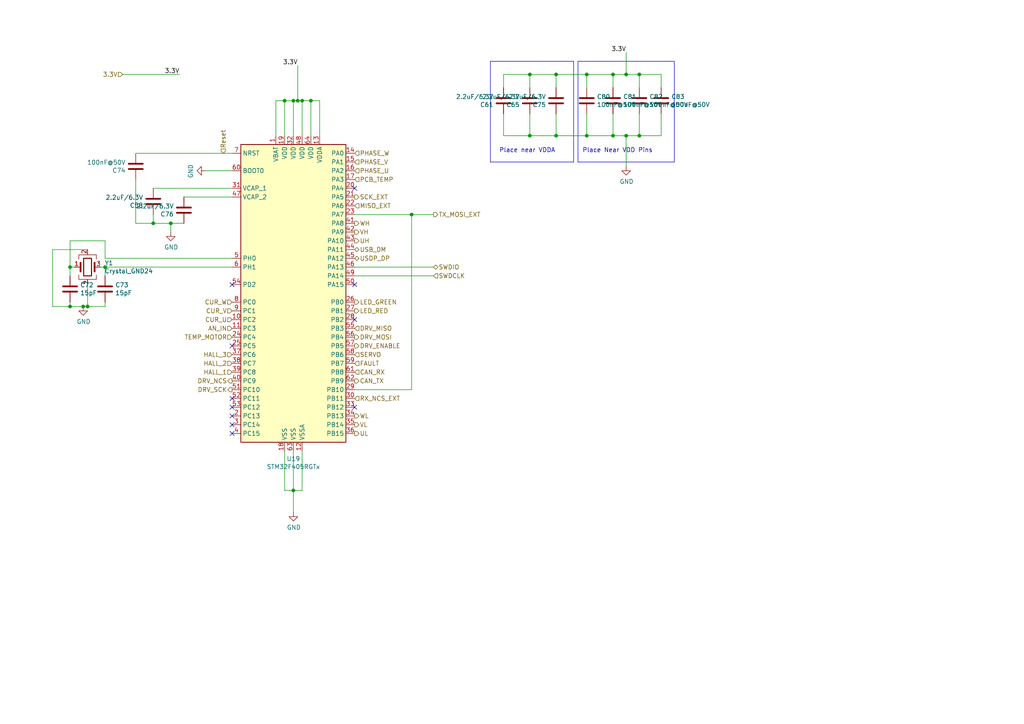
<source format=kicad_sch>
(kicad_sch (version 20231120) (generator "eeschema") (generator_version "8.0")
  (paper "A4")
  (title_block (title "xESC BLDC Controller") (date "2021-12-01") (rev "2.0") (company "Clemens Elflein") (comment 1 "Creative Commons Attribution-NonCommercial-ShareAlike 4.0 International License.") (comment 2 "Licensed under "))
  (lib_symbols
    (symbol "Device:C" (pin_numbers hide) (pin_names (offset 0.254))
      (property "Reference" "C" (at 0.635 2.54 0))
      (property "Value" "C" (at 0.635 -2.54 0))
      (symbol "C_0_1"
        (polyline (pts (xy -2.032 -0.762) (xy 2.032 -0.762)) (stroke (width 0.508)))
        (polyline (pts (xy -2.032 0.762) (xy 2.032 0.762)) (stroke (width 0.508)))
      )
      (symbol "C_1_1"
        (pin passive line (at 0 3.81 270) (length 2.794) (name "~") (number "1"))
        (pin passive line (at 0 -3.81 90) (length 2.794) (name "~") (number "2"))
      )
    )
    (symbol "Device:Crystal_GND24" (pin_names (offset 1.016) hide)
      (property "Reference" "Y" (at 3.175 5.08 0))
      (property "Value" "Crystal_GND24" (at 3.175 3.175 0))
      (symbol "Crystal_GND24_0_1"
        (rectangle (start -1.143 2.54) (end 1.143 -2.54) (stroke (width 0.3048)))
        (polyline (pts (xy -2.54 0) (xy -2.032 0)))
        (polyline (pts (xy -2.032 -1.27) (xy -2.032 1.27)) (stroke (width 0.508)))
        (polyline (pts (xy 0 -3.81) (xy 0 -3.556)))
        (polyline (pts (xy 0 3.556) (xy 0 3.81)))
        (polyline (pts (xy 2.032 -1.27) (xy 2.032 1.27)) (stroke (width 0.508)))
        (polyline (pts (xy 2.032 0) (xy 2.54 0)))
        (polyline (pts (xy -2.54 -2.286) (xy -2.54 -3.556) (xy 2.54 -3.556) (xy 2.54 -2.286)))
        (polyline (pts (xy -2.54 2.286) (xy -2.54 3.556) (xy 2.54 3.556) (xy 2.54 2.286)))
      )
      (symbol "Crystal_GND24_1_1"
        (pin passive line (at -3.81 0 0) (length 1.27) (name "1") (number "1"))
        (pin passive line (at 0 5.08 270) (length 1.27) (name "2") (number "2"))
        (pin passive line (at 3.81 0 180) (length 1.27) (name "3") (number "3"))
        (pin passive line (at 0 -5.08 90) (length 1.27) (name "4") (number "4"))
      )
    )
    (symbol "MCU_ST_STM32F4:STM32F405RGTx"
      (property "Reference" "U" (at -15.24 44.45 0))
      (property "Value" "STM32F405RGTx" (at 10.16 44.45 0))
      (symbol "STM32F405RGTx_0_1"
        (rectangle (start -15.24 -43.18) (end 15.24 43.18) (stroke (width 0.254)) (fill (type background)))
      )
      (symbol "STM32F405RGTx_1_1"
        (pin power_in line (at -5.08 45.72 270) (length 2.54) (name "VBAT") (number "1"))
        (pin bidirectional line (at -17.78 -7.62 0) (length 2.54) (name "PC2") (number "10"))
        (pin bidirectional line (at -17.78 -10.16 0) (length 2.54) (name "PC3") (number "11"))
        (pin power_in line (at 2.54 -45.72 90) (length 2.54) (name "VSSA") (number "12"))
        (pin power_in line (at 7.62 45.72 270) (length 2.54) (name "VDDA") (number "13"))
        (pin bidirectional line (at 17.78 40.64 180) (length 2.54) (name "PA0") (number "14"))
        (pin bidirectional line (at 17.78 38.1 180) (length 2.54) (name "PA1") (number "15"))
        (pin bidirectional line (at 17.78 35.56 180) (length 2.54) (name "PA2") (number "16"))
        (pin bidirectional line (at 17.78 33.02 180) (length 2.54) (name "PA3") (number "17"))
        (pin power_in line (at -2.54 -45.72 90) (length 2.54) (name "VSS") (number "18"))
        (pin power_in line (at -2.54 45.72 270) (length 2.54) (name "VDD") (number "19"))
        (pin bidirectional line (at -17.78 -35.56 0) (length 2.54) (name "PC13") (number "2"))
        (pin bidirectional line (at 17.78 30.48 180) (length 2.54) (name "PA4") (number "20"))
        (pin bidirectional line (at 17.78 27.94 180) (length 2.54) (name "PA5") (number "21"))
        (pin bidirectional line (at 17.78 25.4 180) (length 2.54) (name "PA6") (number "22"))
        (pin bidirectional line (at 17.78 22.86 180) (length 2.54) (name "PA7") (number "23"))
        (pin bidirectional line (at -17.78 -12.7 0) (length 2.54) (name "PC4") (number "24"))
        (pin bidirectional line (at -17.78 -15.24 0) (length 2.54) (name "PC5") (number "25"))
        (pin bidirectional line (at 17.78 -2.54 180) (length 2.54) (name "PB0") (number "26"))
        (pin bidirectional line (at 17.78 -5.08 180) (length 2.54) (name "PB1") (number "27"))
        (pin bidirectional line (at 17.78 -7.62 180) (length 2.54) (name "PB2") (number "28"))
        (pin bidirectional line (at 17.78 -27.94 180) (length 2.54) (name "PB10") (number "29"))
        (pin bidirectional line (at -17.78 -38.1 0) (length 2.54) (name "PC14") (number "3"))
        (pin bidirectional line (at 17.78 -30.48 180) (length 2.54) (name "PB11") (number "30"))
        (pin power_in line (at -17.78 30.48 0) (length 2.54) (name "VCAP_1") (number "31"))
        (pin power_in line (at 0 45.72 270) (length 2.54) (name "VDD") (number "32"))
        (pin bidirectional line (at 17.78 -33.02 180) (length 2.54) (name "PB12") (number "33"))
        (pin bidirectional line (at 17.78 -35.56 180) (length 2.54) (name "PB13") (number "34"))
        (pin bidirectional line (at 17.78 -38.1 180) (length 2.54) (name "PB14") (number "35"))
        (pin bidirectional line (at 17.78 -40.64 180) (length 2.54) (name "PB15") (number "36"))
        (pin bidirectional line (at -17.78 -17.78 0) (length 2.54) (name "PC6") (number "37"))
        (pin bidirectional line (at -17.78 -20.32 0) (length 2.54) (name "PC7") (number "38"))
        (pin bidirectional line (at -17.78 -22.86 0) (length 2.54) (name "PC8") (number "39"))
        (pin bidirectional line (at -17.78 -40.64 0) (length 2.54) (name "PC15") (number "4"))
        (pin bidirectional line (at -17.78 -25.4 0) (length 2.54) (name "PC9") (number "40"))
        (pin bidirectional line (at 17.78 20.32 180) (length 2.54) (name "PA8") (number "41"))
        (pin bidirectional line (at 17.78 17.78 180) (length 2.54) (name "PA9") (number "42"))
        (pin bidirectional line (at 17.78 15.24 180) (length 2.54) (name "PA10") (number "43"))
        (pin bidirectional line (at 17.78 12.7 180) (length 2.54) (name "PA11") (number "44"))
        (pin bidirectional line (at 17.78 10.16 180) (length 2.54) (name "PA12") (number "45"))
        (pin bidirectional line (at 17.78 7.62 180) (length 2.54) (name "PA13") (number "46"))
        (pin power_in line (at -17.78 27.94 0) (length 2.54) (name "VCAP_2") (number "47"))
        (pin power_in line (at 2.54 45.72 270) (length 2.54) (name "VDD") (number "48"))
        (pin bidirectional line (at 17.78 5.08 180) (length 2.54) (name "PA14") (number "49"))
        (pin input line (at -17.78 10.16 0) (length 2.54) (name "PH0") (number "5"))
        (pin bidirectional line (at 17.78 2.54 180) (length 2.54) (name "PA15") (number "50"))
        (pin bidirectional line (at -17.78 -27.94 0) (length 2.54) (name "PC10") (number "51"))
        (pin bidirectional line (at -17.78 -30.48 0) (length 2.54) (name "PC11") (number "52"))
        (pin bidirectional line (at -17.78 -33.02 0) (length 2.54) (name "PC12") (number "53"))
        (pin bidirectional line (at -17.78 2.54 0) (length 2.54) (name "PD2") (number "54"))
        (pin bidirectional line (at 17.78 -10.16 180) (length 2.54) (name "PB3") (number "55"))
        (pin bidirectional line (at 17.78 -12.7 180) (length 2.54) (name "PB4") (number "56"))
        (pin bidirectional line (at 17.78 -15.24 180) (length 2.54) (name "PB5") (number "57"))
        (pin bidirectional line (at 17.78 -17.78 180) (length 2.54) (name "PB6") (number "58"))
        (pin bidirectional line (at 17.78 -20.32 180) (length 2.54) (name "PB7") (number "59"))
        (pin input line (at -17.78 7.62 0) (length 2.54) (name "PH1") (number "6"))
        (pin input line (at -17.78 35.56 0) (length 2.54) (name "BOOT0") (number "60"))
        (pin bidirectional line (at 17.78 -22.86 180) (length 2.54) (name "PB8") (number "61"))
        (pin bidirectional line (at 17.78 -25.4 180) (length 2.54) (name "PB9") (number "62"))
        (pin power_in line (at 0 -45.72 90) (length 2.54) (name "VSS") (number "63"))
        (pin power_in line (at 5.08 45.72 270) (length 2.54) (name "VDD") (number "64"))
        (pin input line (at -17.78 40.64 0) (length 2.54) (name "NRST") (number "7"))
        (pin bidirectional line (at -17.78 -2.54 0) (length 2.54) (name "PC0") (number "8"))
        (pin bidirectional line (at -17.78 -5.08 0) (length 2.54) (name "PC1") (number "9"))
      )
    )
    (symbol "power:GND" (power) (pin_names (offset 0))
      (property "Value" "GND" (at 0 -3.81 0))
      (symbol "GND_0_1"
        (polyline (pts (xy 0 0) (xy 0 -1.27) (xy 1.27 -1.27) (xy 0 -2.54) (xy -1.27 -1.27) (xy 0 -1.27)))
      )
      (symbol "GND_1_1"
        (pin power_in line (at 0 0 270) (length 0) hide (name "GND") (number "1"))
      )
    )
  )
  (junction (at 153.67 21.59))
  (junction (at 119.38 62.23))
  (junction (at 181.61 39.37))
  (junction (at 44.45 64.77))
  (junction (at 24.13 88.9))
  (junction (at 185.42 39.37))
  (junction (at 20.32 88.9))
  (junction (at 86.36 29.21))
  (junction (at 161.29 21.59))
  (junction (at 185.42 21.59))
  (junction (at 177.8 21.59))
  (junction (at 82.55 29.21))
  (junction (at 25.4 88.9))
  (junction (at 181.61 21.59))
  (junction (at 87.63 29.21))
  (junction (at 170.18 39.37))
  (junction (at 161.29 39.37))
  (junction (at 30.48 77.47))
  (junction (at 90.17 29.21))
  (junction (at 20.32 77.47))
  (junction (at 153.67 39.37))
  (junction (at 85.09 142.24))
  (junction (at 85.09 29.21))
  (junction (at 170.18 21.59))
  (junction (at 177.8 39.37))
  (junction (at 49.53 64.77))
  (no_connect (at 67.31 125.73))
  (no_connect (at 102.87 118.11))
  (no_connect (at 67.31 118.11))
  (no_connect (at 67.31 115.57))
  (no_connect (at 67.31 100.33))
  (no_connect (at 102.87 82.55))
  (no_connect (at 67.31 82.55))
  (no_connect (at 67.31 123.19))
  (no_connect (at 67.31 120.65))
  (no_connect (at 102.87 92.71))
  (no_connect (at 102.87 54.61))
  (wire (pts (xy 30.48 77.47) (xy 67.31 77.47)))
  (wire (pts (xy 170.18 39.37) (xy 177.8 39.37)))
  (wire (pts (xy 181.61 39.37) (xy 185.42 39.37)))
  (polyline (pts (xy 167.64 46.99) (xy 195.58 46.99)))
  (wire (pts (xy 153.67 21.59) (xy 161.29 21.59)))
  (wire (pts (xy 15.24 72.39) (xy 15.24 88.9)))
  (wire (pts (xy 85.09 142.24) (xy 87.63 142.24)))
  (wire (pts (xy 170.18 25.4) (xy 170.18 21.59)))
  (wire (pts (xy 30.48 69.85) (xy 20.32 69.85)))
  (wire (pts (xy 39.37 52.07) (xy 39.37 64.77)))
  (wire (pts (xy 30.48 77.47) (xy 30.48 80.01)))
  (wire (pts (xy 153.67 25.4) (xy 153.67 21.59)))
  (wire (pts (xy 185.42 25.4) (xy 185.42 21.59)))
  (wire (pts (xy 153.67 39.37) (xy 161.29 39.37)))
  (wire (pts (xy 25.4 72.39) (xy 15.24 72.39)))
  (wire (pts (xy 30.48 74.93) (xy 30.48 69.85)))
  (wire (pts (xy 44.45 64.77) (xy 49.53 64.77)))
  (wire (pts (xy 90.17 29.21) (xy 92.71 29.21)))
  (wire (pts (xy 59.69 49.53) (xy 67.31 49.53)))
  (wire (pts (xy 87.63 29.21) (xy 87.63 39.37)))
  (wire (pts (xy 80.01 39.37) (xy 80.01 29.21)))
  (wire (pts (xy 80.01 29.21) (xy 82.55 29.21)))
  (wire (pts (xy 25.4 82.55) (xy 25.4 88.9)))
  (polyline (pts (xy 195.58 17.78) (xy 167.64 17.78)))
  (wire (pts (xy 170.18 33.02) (xy 170.18 39.37)))
  (wire (pts (xy 39.37 64.77) (xy 44.45 64.77)))
  (wire (pts (xy 49.53 64.77) (xy 49.53 67.31)))
  (wire (pts (xy 90.17 39.37) (xy 90.17 29.21)))
  (wire (pts (xy 181.61 15.24) (xy 181.61 21.59)))
  (wire (pts (xy 30.48 88.9) (xy 25.4 88.9)))
  (wire (pts (xy 85.09 29.21) (xy 86.36 29.21)))
  (wire (pts (xy 67.31 74.93) (xy 30.48 74.93)))
  (wire (pts (xy 161.29 21.59) (xy 170.18 21.59)))
  (wire (pts (xy 20.32 69.85) (xy 20.32 77.47)))
  (polyline (pts (xy 142.24 17.78) (xy 142.24 46.99)))
  (wire (pts (xy 86.36 19.05) (xy 86.36 29.21)))
  (wire (pts (xy 102.87 113.03) (xy 119.38 113.03)))
  (polyline (pts (xy 167.64 17.78) (xy 167.64 46.99)))
  (wire (pts (xy 153.67 33.02) (xy 153.67 39.37)))
  (wire (pts (xy 35.56 21.59) (xy 52.07 21.59)))
  (wire (pts (xy 185.42 39.37) (xy 191.77 39.37)))
  (wire (pts (xy 191.77 21.59) (xy 191.77 25.4)))
  (wire (pts (xy 85.09 142.24) (xy 85.09 148.59)))
  (wire (pts (xy 119.38 113.03) (xy 119.38 62.23)))
  (wire (pts (xy 161.29 33.02) (xy 161.29 39.37)))
  (polyline (pts (xy 166.37 17.78) (xy 142.24 17.78)))
  (wire (pts (xy 25.4 88.9) (xy 24.13 88.9)))
  (wire (pts (xy 29.21 77.47) (xy 30.48 77.47)))
  (wire (pts (xy 102.87 80.01) (xy 125.73 80.01)))
  (wire (pts (xy 119.38 62.23) (xy 102.87 62.23)))
  (wire (pts (xy 82.55 39.37) (xy 82.55 29.21)))
  (wire (pts (xy 146.05 25.4) (xy 146.05 21.59)))
  (wire (pts (xy 185.42 33.02) (xy 185.42 39.37)))
  (wire (pts (xy 85.09 39.37) (xy 85.09 29.21)))
  (wire (pts (xy 15.24 88.9) (xy 20.32 88.9)))
  (wire (pts (xy 181.61 21.59) (xy 185.42 21.59)))
  (wire (pts (xy 44.45 62.23) (xy 44.45 64.77)))
  (wire (pts (xy 49.53 64.77) (xy 53.34 64.77)))
  (wire (pts (xy 20.32 77.47) (xy 20.32 80.01)))
  (wire (pts (xy 161.29 25.4) (xy 161.29 21.59)))
  (wire (pts (xy 146.05 21.59) (xy 153.67 21.59)))
  (wire (pts (xy 177.8 39.37) (xy 177.8 33.02)))
  (wire (pts (xy 146.05 33.02) (xy 146.05 39.37)))
  (wire (pts (xy 82.55 130.81) (xy 82.55 142.24)))
  (wire (pts (xy 191.77 39.37) (xy 191.77 33.02)))
  (wire (pts (xy 85.09 130.81) (xy 85.09 142.24)))
  (wire (pts (xy 67.31 57.15) (xy 53.34 57.15)))
  (wire (pts (xy 87.63 29.21) (xy 90.17 29.21)))
  (wire (pts (xy 82.55 142.24) (xy 85.09 142.24)))
  (wire (pts (xy 30.48 87.63) (xy 30.48 88.9)))
  (wire (pts (xy 125.73 77.47) (xy 102.87 77.47)))
  (wire (pts (xy 177.8 25.4) (xy 177.8 21.59)))
  (wire (pts (xy 146.05 39.37) (xy 153.67 39.37)))
  (wire (pts (xy 21.59 77.47) (xy 20.32 77.47)))
  (wire (pts (xy 92.71 29.21) (xy 92.71 39.37)))
  (wire (pts (xy 185.42 21.59) (xy 191.77 21.59)))
  (wire (pts (xy 87.63 142.24) (xy 87.63 130.81)))
  (wire (pts (xy 170.18 21.59) (xy 177.8 21.59)))
  (wire (pts (xy 125.73 62.23) (xy 119.38 62.23)))
  (wire (pts (xy 161.29 39.37) (xy 170.18 39.37)))
  (polyline (pts (xy 166.37 46.99) (xy 166.37 17.78)))
  (wire (pts (xy 82.55 29.21) (xy 85.09 29.21)))
  (wire (pts (xy 67.31 44.45) (xy 39.37 44.45)))
  (polyline (pts (xy 142.24 46.99) (xy 166.37 46.99)))
  (wire (pts (xy 67.31 54.61) (xy 44.45 54.61)))
  (wire (pts (xy 181.61 39.37) (xy 181.61 48.26)))
  (wire (pts (xy 20.32 88.9) (xy 20.32 87.63)))
  (wire (pts (xy 177.8 21.59) (xy 181.61 21.59)))
  (wire (pts (xy 86.36 29.21) (xy 87.63 29.21)))
  (polyline (pts (xy 195.58 46.99) (xy 195.58 17.78)))
  (wire (pts (xy 24.13 88.9) (xy 20.32 88.9)))
  (wire (pts (xy 177.8 39.37) (xy 181.61 39.37)))
  (text "Place Near VDD Pins" (at 168.91 44.45 0) (effects (font (size 1.27 1.27)) (justify left bottom)))
  (text "Place near VDDA" (at 144.78 44.45 0) (effects (font (size 1.27 1.27)) (justify left bottom)))
  (label "3.3V" (at 181.61 15.24 180))
  (label "3.3V" (at 52.07 21.59 180))
  (label "3.3V" (at 86.36 19.05 180))
  (hierarchical_label "CAN_TX" (shape output) (at 102.87 110.49 0))
  (hierarchical_label "PHASE_W" (shape input) (at 102.87 44.45 0))
  (hierarchical_label "USDP_DP" (shape bidirectional) (at 102.87 74.93 0))
  (hierarchical_label "PHASE_V" (shape input) (at 102.87 46.99 0))
  (hierarchical_label "DRV_MISO" (shape input) (at 102.87 95.25 0))
  (hierarchical_label "DRV_ENABLE" (shape output) (at 102.87 100.33 0))
  (hierarchical_label "SERVO" (shape input) (at 102.87 102.87 0))
  (hierarchical_label "CAN_RX" (shape input) (at 102.87 107.95 0))
  (hierarchical_label "TEMP_MOTOR" (shape input) (at 67.31 97.79 180))
  (hierarchical_label "UL" (shape output) (at 102.87 125.73 0))
  (hierarchical_label "RX_NCS_EXT" (shape input) (at 102.87 115.57 0))
  (hierarchical_label "CUR_V" (shape input) (at 67.31 90.17 180))
  (hierarchical_label "VH" (shape output) (at 102.87 67.31 0))
  (hierarchical_label "SWDCLK" (shape input) (at 125.73 80.01 0))
  (hierarchical_label "WH" (shape output) (at 102.87 64.77 0))
  (hierarchical_label "AN_IN" (shape input) (at 67.31 95.25 180))
  (hierarchical_label "CUR_U" (shape input) (at 67.31 92.71 180))
  (hierarchical_label "PCB_TEMP" (shape input) (at 102.87 52.07 0))
  (hierarchical_label "DRV_NCS" (shape output) (at 67.31 110.49 180))
  (hierarchical_label "FAULT" (shape input) (at 102.87 105.41 0))
  (hierarchical_label "DRV_SCK" (shape output) (at 67.31 113.03 180))
  (hierarchical_label "HALL_1" (shape input) (at 67.31 107.95 180))
  (hierarchical_label "SCK_EXT" (shape output) (at 102.87 57.15 0))
  (hierarchical_label "USB_DM" (shape bidirectional) (at 102.87 72.39 0))
  (hierarchical_label "TX_MOSI_EXT" (shape output) (at 125.73 62.23 0))
  (hierarchical_label "DRV_MOSI" (shape output) (at 102.87 97.79 0))
  (hierarchical_label "3.3V" (shape input) (at 35.56 21.59 180))
  (hierarchical_label "Reset" (shape input) (at 64.77 44.45 90))
  (hierarchical_label "SWDIO" (shape bidirectional) (at 125.73 77.47 0))
  (hierarchical_label "CUR_W" (shape input) (at 67.31 87.63 180))
  (hierarchical_label "MISO_EXT" (shape input) (at 102.87 59.69 0))
  (hierarchical_label "UH" (shape output) (at 102.87 69.85 0))
  (hierarchical_label "WL" (shape output) (at 102.87 120.65 0))
  (hierarchical_label "LED_RED" (shape output) (at 102.87 90.17 0))
  (hierarchical_label "HALL_2" (shape input) (at 67.31 105.41 180))
  (hierarchical_label "VL" (shape output) (at 102.87 123.19 0))
  (hierarchical_label "LED_GREEN" (shape output) (at 102.87 87.63 0))
  (hierarchical_label "HALL_3" (shape input) (at 67.31 102.87 180))
  (hierarchical_label "PHASE_U" (shape input) (at 102.87 49.53 0))
  (symbol (lib_id "Device:C") (at 53.34 60.96 180) (unit 1)
    (property "Reference" "C76" (at 50.419 62.1284 0) (effects (justify left)))
    (property "Value" "2.2uF/6.3V" (at 50.419 59.817 0) (effects (justify left)))
    (property "Footprint" "Capacitor_SMD:C_0402_1005Metric" (effects (hide yes)))
    (property "Digikey" "490-14467-1-ND" (effects (hide yes)))
    (property "Part Number" "GRM21BR71E225KE11L" (effects (hide yes)))
    (property "Stock_PN" "C-805-2.2uF-25V-" (effects (hide yes)))
    (property "JLC" "C12530" (effects (hide yes)))
    (property "LCSC" "C12530" (effects (hide yes)))
    (instances (project "hw-openmower-worx" (path "" (reference "C76") (unit 1)) (path "" (reference "C119") (unit 1)) (path "" (reference "C162") (unit 1))) (project "xESC2" (path "" (reference "C36") (unit 1))))
  )
  (symbol (lib_id "Device:C") (at 170.18 29.21 0) (unit 1)
    (property "Reference" "C80" (at 173.101 28.0416 0) (effects (justify left)))
    (property "Value" "100nF@50V" (at 173.101 30.353 0) (effects (justify left)))
    (property "Footprint" "Capacitor_SMD:C_0402_1005Metric" (effects (hide yes)))
    (property "Digikey" "1276-1935-1-ND" (effects (hide yes)))
    (property "Part Number" "CL10B104KC8NNNC" (effects (hide yes)))
    (property "Stock_PN" "C-603-.1uF-100V-X7R" (effects (hide yes)))
    (property "JLC" "C307331" (effects (hide yes)))
    (property "LCSC" "C307331" (effects (hide yes)))
    (instances (project "hw-openmower-worx" (path "" (reference "C80") (unit 1)) (path "" (reference "C123") (unit 1)) (path "" (reference "C166") (unit 1))) (project "xESC2" (path "" (reference "C40") (unit 1))))
  )
  (symbol (lib_id "Device:C") (at 177.8 29.21 0) (unit 1)
    (property "Reference" "C81" (at 180.721 28.0416 0) (effects (justify left)))
    (property "Value" "100nF@50V" (at 180.721 30.353 0) (effects (justify left)))
    (property "Footprint" "Capacitor_SMD:C_0402_1005Metric" (effects (hide yes)))
    (property "Digikey" "1276-1935-1-ND" (effects (hide yes)))
    (property "Part Number" "CL10B104KC8NNNC" (effects (hide yes)))
    (property "Stock_PN" "C-603-.1uF-100V-X7R" (effects (hide yes)))
    (property "JLC" "C307331" (effects (hide yes)))
    (property "LCSC" "C307331" (effects (hide yes)))
    (instances (project "hw-openmower-worx" (path "" (reference "C81") (unit 1)) (path "" (reference "C124") (unit 1)) (path "" (reference "C167") (unit 1))) (project "xESC2" (path "" (reference "C41") (unit 1))))
  )
  (symbol (lib_id "Device:C") (at 185.42 29.21 0) (unit 1)
    (property "Reference" "C82" (at 188.341 28.0416 0) (effects (justify left)))
    (property "Value" "100nF@50V" (at 188.341 30.353 0) (effects (justify left)))
    (property "Footprint" "Capacitor_SMD:C_0402_1005Metric" (effects (hide yes)))
    (property "Digikey" "1276-1935-1-ND" (effects (hide yes)))
    (property "Part Number" "CL10B104KC8NNNC" (effects (hide yes)))
    (property "Stock_PN" "C-603-.1uF-100V-X7R" (effects (hide yes)))
    (property "JLC" "C307331" (effects (hide yes)))
    (property "LCSC" "C307331" (effects (hide yes)))
    (instances (project "hw-openmower-worx" (path "" (reference "C82") (unit 1)) (path "" (reference "C125") (unit 1)) (path "" (reference "C168") (unit 1))) (project "xESC2" (path "" (reference "C42") (unit 1))))
  )
  (symbol (lib_id "Device:C") (at 191.77 29.21 0) (unit 1)
    (property "Reference" "C83" (at 194.691 28.0416 0) (effects (justify left)))
    (property "Value" "100nF@50V" (at 194.691 30.353 0) (effects (justify left)))
    (property "Footprint" "Capacitor_SMD:C_0402_1005Metric" (effects (hide yes)))
    (property "Digikey" "1276-1935-1-ND" (effects (hide yes)))
    (property "Part Number" "CL10B104KC8NNNC" (effects (hide yes)))
    (property "Stock_PN" "C-603-.1uF-100V-X7R" (effects (hide yes)))
    (property "JLC" "C307331" (effects (hide yes)))
    (property "LCSC" "C307331" (effects (hide yes)))
    (instances (project "hw-openmower-worx" (path "" (reference "C83") (unit 1)) (path "" (reference "C126") (unit 1)) (path "" (reference "C169") (unit 1))) (project "xESC2" (path "" (reference "C43") (unit 1))))
  )
  (symbol (lib_id "power:GND") (at 181.61 48.26 0) (unit 1)
    (property "Reference" "#PWR0101" (effects (hide yes)))
    (property "Value" "GND" (at 181.737 52.6542 0))
    (instances (project "hw-openmower-worx" (path "" (reference "#PWR0101") (unit 1)) (path "" (reference "#PWR0116") (unit 1)) (path "" (reference "#PWR0131") (unit 1))) (project "xESC2" (path "" (reference "#PWR0129") (unit 1))))
  )
  (symbol (lib_id "power:GND") (at 49.53 67.31 0) (unit 1)
    (property "Reference" "#PWR096" (effects (hide yes)))
    (property "Value" "GND" (at 49.657 71.7042 0))
    (instances (project "hw-openmower-worx" (path "" (reference "#PWR096") (unit 1)) (path "" (reference "#PWR0111") (unit 1)) (path "" (reference "#PWR0126") (unit 1))) (project "xESC2" (path "" (reference "#PWR0130") (unit 1))))
  )
  (symbol (lib_id "Device:C") (at 39.37 48.26 180) (unit 1)
    (property "Reference" "C74" (at 36.449 49.4284 0) (effects (justify left)))
    (property "Value" "100nF@50V" (at 36.449 47.117 0) (effects (justify left)))
    (property "Footprint" "Capacitor_SMD:C_0402_1005Metric" (effects (hide yes)))
    (property "Digikey" "1276-1935-1-ND" (effects (hide yes)))
    (property "Part Number" "CL10B104KC8NNNC" (effects (hide yes)))
    (property "Stock_PN" "C-603-.1uF-100V-X7R" (effects (hide yes)))
    (property "JLC" "C307331" (effects (hide yes)))
    (property "LCSC" "C307331" (effects (hide yes)))
    (instances (project "hw-openmower-worx" (path "" (reference "C74") (unit 1)) (path "" (reference "C117") (unit 1)) (path "" (reference "C160") (unit 1))) (project "xESC2" (path "" (reference "C34") (unit 1))))
  )
  (symbol (lib_id "Device:C") (at 20.32 83.82 0) (unit 1)
    (property "Reference" "C72" (at 23.241 82.6516 0) (effects (justify left)))
    (property "Value" "15pF" (at 23.241 84.963 0) (effects (justify left)))
    (property "Footprint" "Capacitor_SMD:C_0402_1005Metric" (effects (hide yes)))
    (property "Digikey" "490-1331-1-ND" (effects (hide yes)))
    (property "Part Number" "GRM1885C2A150JA01D" (effects (hide yes)))
    (property "Stock_PN" "C-603-15pF-100V-COG" (effects (hide yes)))
    (property "JLC" "C1548" (effects (hide yes)))
    (property "LCSC" "C1548" (effects (hide yes)))
    (instances (project "hw-openmower-worx" (path "" (reference "C72") (unit 1)) (path "" (reference "C115") (unit 1)) (path "" (reference "C158") (unit 1))) (project "xESC2" (path "" (reference "C32") (unit 1))))
  )
  (symbol (lib_id "Device:C") (at 30.48 83.82 0) (unit 1)
    (property "Reference" "C73" (at 33.401 82.6516 0) (effects (justify left)))
    (property "Value" "15pF" (at 33.401 84.963 0) (effects (justify left)))
    (property "Footprint" "Capacitor_SMD:C_0402_1005Metric" (effects (hide yes)))
    (property "Digikey" "490-1331-1-ND" (effects (hide yes)))
    (property "Part Number" "GRM1885C2A150JA01D" (effects (hide yes)))
    (property "Stock_PN" "C-603-15pF-100V-COG" (effects (hide yes)))
    (property "JLC" "C1548" (effects (hide yes)))
    (property "LCSC" "C1548" (effects (hide yes)))
    (instances (project "hw-openmower-worx" (path "" (reference "C73") (unit 1)) (path "" (reference "C116") (unit 1)) (path "" (reference "C159") (unit 1))) (project "xESC2" (path "" (reference "C33") (unit 1))))
  )
  (symbol (lib_id "power:GND") (at 24.13 88.9 0) (unit 1)
    (property "Reference" "#PWR095" (effects (hide yes)))
    (property "Value" "GND" (at 24.257 93.2942 0))
    (instances (project "hw-openmower-worx" (path "" (reference "#PWR095") (unit 1)) (path "" (reference "#PWR0110") (unit 1)) (path "" (reference "#PWR0125") (unit 1))) (project "xESC2" (path "" (reference "#PWR0131") (unit 1))))
  )
  (symbol (lib_id "power:GND") (at 85.09 148.59 0) (unit 1)
    (property "Reference" "#PWR098" (effects (hide yes)))
    (property "Value" "GND" (at 85.217 152.9842 0))
    (instances (project "hw-openmower-worx" (path "" (reference "#PWR098") (unit 1)) (path "" (reference "#PWR0113") (unit 1)) (path "" (reference "#PWR0128") (unit 1))) (project "xESC2" (path "" (reference "#PWR0123") (unit 1))))
  )
  (symbol (lib_id "power:GND") (at 59.69 49.53 270) (unit 1)
    (property "Reference" "#PWR097" (effects (hide yes)))
    (property "Value" "GND" (at 55.2958 49.657 0))
    (instances (project "hw-openmower-worx" (path "" (reference "#PWR097") (unit 1)) (path "" (reference "#PWR0112") (unit 1)) (path "" (reference "#PWR0127") (unit 1))) (project "xESC2" (path "" (reference "#PWR0132") (unit 1))))
  )
  (symbol (lib_id "MCU_ST_STM32F4:STM32F405RGTx") (at 85.09 85.09 0) (unit 1)
    (property "Reference" "U19" (at 85.09 133.0706 0))
    (property "Value" "STM32F405RGTx" (at 85.09 135.382 0))
    (property "Footprint" "Package_QFP:LQFP-64_10x10mm_P0.5mm" (effects (hide yes)))
    (property "Datasheet" "http://www.st.com/st-web-ui/static/active/en/resource/technical/document/datasheet/DM00037051.pdf" (effects (hide yes)))
    (property "Part Number" "STM32F405RGTx" (effects (hide yes)))
    (property "LCSC" "C15742" (effects (hide yes)))
    (property "Stock_PN" "U-STM32F405RGTx" (effects (hide yes)))
    (property "JLC" "C15742" (effects (hide yes)))
    (instances (project "hw-openmower-worx" (path "" (reference "U19") (unit 1)) (path "" (reference "U21") (unit 1)) (path "" (reference "U23") (unit 1))) (project "xESC2" (path "" (reference "U4") (unit 1))))
  )
  (symbol (lib_id "Device:Crystal_GND24") (at 25.4 77.47 0) (unit 1)
    (property "Reference" "Y1" (at 30.3276 76.3016 0) (effects (justify left)))
    (property "Value" "Crystal_GND24" (at 30.3276 78.613 0) (effects (justify left)))
    (property "Footprint" "Crystal:Crystal_SMD_3225-4Pin_3.2x2.5mm" (effects (hide yes)))
    (property "Digikey" "50-ECS-80-12-33-JGN-CT-ND" (effects (hide yes)))
    (property "Part Number" "ECS-80-12-33-JGN-TR" (effects (hide yes)))
    (property "Stock_PN" "Y-4-SMD-8MhHz" (effects (hide yes)))
    (property "JLC" "C2442665" (effects (hide yes)))
    (property "LCSC" "C2442665" (effects (hide yes)))
    (instances (project "hw-openmower-worx" (path "" (reference "Y1") (unit 1)) (path "" (reference "Y2") (unit 1)) (path "" (reference "Y3") (unit 1))) (project "xESC2" (path "" (reference "Y1") (unit 1))))
  )
  (symbol (lib_id "Device:C") (at 153.67 29.21 180) (unit 1)
    (property "Reference" "C65" (at 150.749 30.3784 0) (effects (justify left)))
    (property "Value" "2.2uF/6.3V" (at 150.749 28.067 0) (effects (justify left)))
    (property "Footprint" "Capacitor_SMD:C_0402_1005Metric" (effects (hide yes)))
    (property "Digikey" "490-14467-1-ND" (effects (hide yes)))
    (property "Part Number" "GRM21BR71E225KE11L" (effects (hide yes)))
    (property "Stock_PN" "C-805-2.2uF-25V-" (effects (hide yes)))
    (property "JLC" "C12530" (effects (hide yes)))
    (property "LCSC" "C12530" (effects (hide yes)))
    (instances (project "hw-openmower-worx" (path "" (reference "C65") (unit 1)) (path "" (reference "C67") (unit 1)) (path "" (reference "C69") (unit 1))))
  )
  (symbol (lib_id "Device:C") (at 161.29 29.21 180) (unit 1)
    (property "Reference" "C75" (at 158.369 30.3784 0) (effects (justify left)))
    (property "Value" "2.2uF/6.3V" (at 158.369 28.067 0) (effects (justify left)))
    (property "Footprint" "Capacitor_SMD:C_0402_1005Metric" (effects (hide yes)))
    (property "Digikey" "490-14467-1-ND" (effects (hide yes)))
    (property "Part Number" "GRM21BR71E225KE11L" (effects (hide yes)))
    (property "Stock_PN" "C-805-2.2uF-25V-" (effects (hide yes)))
    (property "JLC" "C12530" (effects (hide yes)))
    (property "LCSC" "C12530" (effects (hide yes)))
    (instances (project "hw-openmower-worx" (path "" (reference "C75") (unit 1)) (path "" (reference "C77") (unit 1)) (path "" (reference "C78") (unit 1))))
  )
  (symbol (lib_id "Device:C") (at 44.45 58.42 180) (unit 1)
    (property "Reference" "C58" (at 41.529 59.5884 0) (effects (justify left)))
    (property "Value" "2.2uF/6.3V" (at 41.529 57.277 0) (effects (justify left)))
    (property "Footprint" "Capacitor_SMD:C_0402_1005Metric" (effects (hide yes)))
    (property "Digikey" "490-14467-1-ND" (effects (hide yes)))
    (property "Part Number" "GRM21BR71E225KE11L" (effects (hide yes)))
    (property "Stock_PN" "C-805-2.2uF-25V-" (effects (hide yes)))
    (property "JLC" "C12530" (effects (hide yes)))
    (property "LCSC" "C12530" (effects (hide yes)))
    (instances (project "hw-openmower-worx" (path "" (reference "C58") (unit 1)) (path "" (reference "C59") (unit 1)) (path "" (reference "C60") (unit 1))))
  )
  (symbol (lib_id "Device:C") (at 146.05 29.21 180) (unit 1)
    (property "Reference" "C61" (at 143.129 30.3784 0) (effects (justify left)))
    (property "Value" "2.2uF/6.3V" (at 143.129 28.067 0) (effects (justify left)))
    (property "Footprint" "Capacitor_SMD:C_0402_1005Metric" (effects (hide yes)))
    (property "Digikey" "490-14467-1-ND" (effects (hide yes)))
    (property "Part Number" "GRM21BR71E225KE11L" (effects (hide yes)))
    (property "Stock_PN" "C-805-2.2uF-25V-" (effects (hide yes)))
    (property "JLC" "C12530" (effects (hide yes)))
    (property "LCSC" "C12530" (effects (hide yes)))
    (instances (project "hw-openmower-worx" (path "" (reference "C61") (unit 1)) (path "" (reference "C63") (unit 1)) (path "" (reference "C64") (unit 1))))
  )
)
</source>
